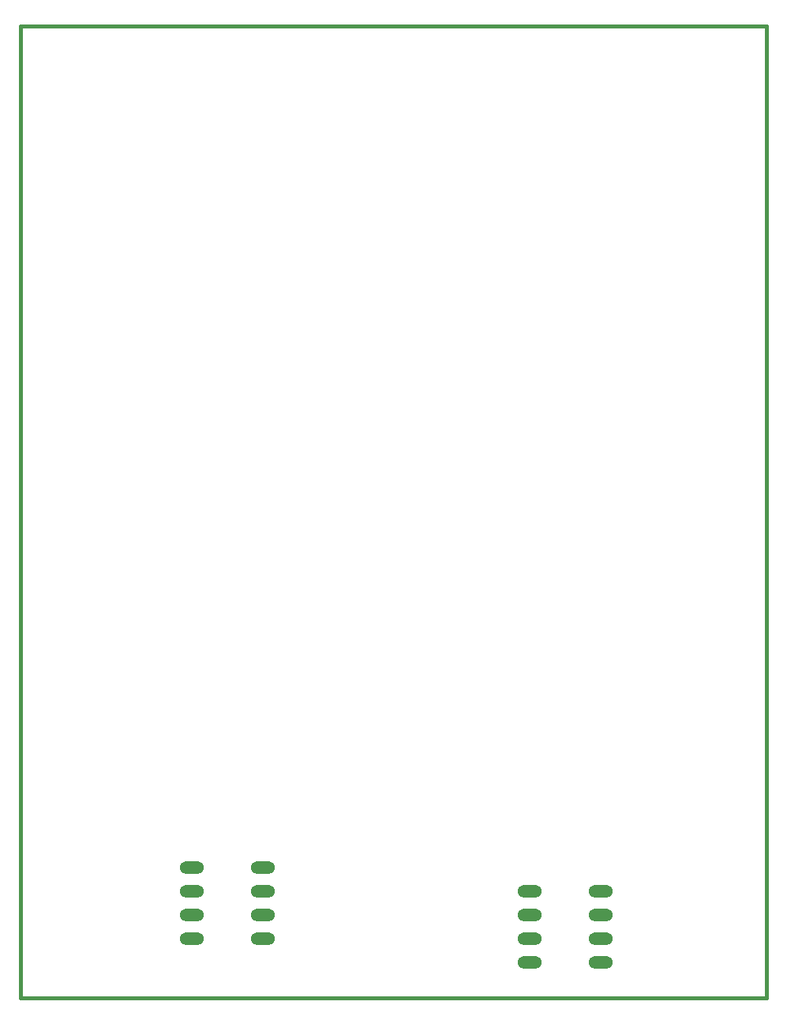
<source format=gtp>
G04 (created by PCBNEW-RS274X (2010-06-08 BZR 2367)-stable) date Sat 18 Dec 2010 10:45:12 PM CET*
G01*
G70*
G90*
%MOIN*%
G04 Gerber Fmt 3.4, Leading zero omitted, Abs format*
%FSLAX34Y34*%
G04 APERTURE LIST*
%ADD10C,0.001000*%
%ADD11C,0.015000*%
%ADD12O,0.104000X0.052000*%
G04 APERTURE END LIST*
G54D10*
G54D11*
X37000Y-05500D02*
X37000Y-46500D01*
X05500Y-46500D02*
X05500Y-05500D01*
X37000Y-46500D02*
X05500Y-46500D01*
X05500Y-05500D02*
X37000Y-05500D01*
G54D12*
X30000Y-45000D03*
X30000Y-44000D03*
X30000Y-43000D03*
X30000Y-42000D03*
X27000Y-42000D03*
X27000Y-43000D03*
X27000Y-44000D03*
X27000Y-45000D03*
X15750Y-44000D03*
X15750Y-43000D03*
X15750Y-42000D03*
X15750Y-41000D03*
X12750Y-41000D03*
X12750Y-42000D03*
X12750Y-43000D03*
X12750Y-44000D03*
M02*

</source>
